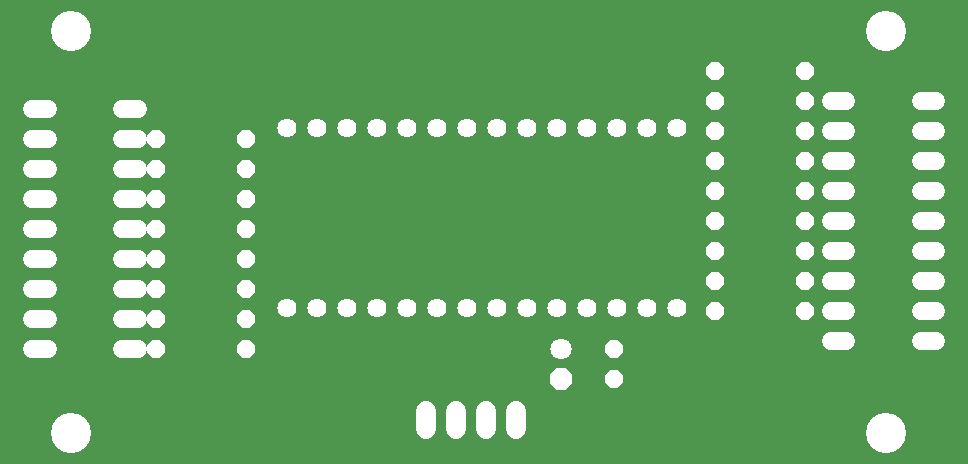
<source format=gbr>
G04 EAGLE Gerber RS-274X export*
G75*
%MOMM*%
%FSLAX34Y34*%
%LPD*%
%INSoldermask Top*%
%IPNEG*%
%AMOC8*
5,1,8,0,0,1.08239X$1,22.5*%
G01*
%ADD10C,3.403200*%
%ADD11C,1.524000*%
%ADD12C,1.711200*%
%ADD13P,1.649562X8X202.500000*%
%ADD14C,1.625600*%
%ADD15P,1.649562X8X22.500000*%
%ADD16C,1.803400*%
%ADD17P,1.951982X8X292.500000*%
%ADD18P,1.649562X8X292.500000*%


D10*
X770000Y40000D03*
X80000Y40000D03*
X80000Y380000D03*
X770000Y380000D03*
D11*
X799846Y117475D02*
X813054Y117475D01*
X813054Y142875D02*
X799846Y142875D01*
X799846Y168275D02*
X813054Y168275D01*
X813054Y193675D02*
X799846Y193675D01*
X799846Y219075D02*
X813054Y219075D01*
X813054Y244475D02*
X799846Y244475D01*
X799846Y269875D02*
X813054Y269875D01*
X813054Y295275D02*
X799846Y295275D01*
X799846Y320675D02*
X813054Y320675D01*
X736854Y320675D02*
X723646Y320675D01*
X723646Y295275D02*
X736854Y295275D01*
X736854Y269875D02*
X723646Y269875D01*
X723646Y244475D02*
X736854Y244475D01*
X736854Y219075D02*
X723646Y219075D01*
X723646Y193675D02*
X736854Y193675D01*
X736854Y168275D02*
X723646Y168275D01*
X723646Y142875D02*
X736854Y142875D01*
X736854Y117475D02*
X723646Y117475D01*
D12*
X381000Y58340D02*
X381000Y43260D01*
X406400Y43260D02*
X406400Y58340D01*
X431800Y58340D02*
X431800Y43260D01*
X457200Y43260D02*
X457200Y58340D01*
D13*
X228600Y238125D03*
X152400Y238125D03*
D14*
X593725Y146050D03*
X568325Y146050D03*
X542925Y146050D03*
X517525Y146050D03*
X492125Y146050D03*
X466725Y146050D03*
X441325Y146050D03*
X415925Y146050D03*
X390525Y146050D03*
X365125Y146050D03*
X339725Y146050D03*
X314325Y146050D03*
X288925Y146050D03*
X263525Y146050D03*
X263525Y298450D03*
X288925Y298450D03*
X314325Y298450D03*
X339725Y298450D03*
X365125Y298450D03*
X390525Y298450D03*
X415925Y298450D03*
X441325Y298450D03*
X466725Y298450D03*
X492125Y298450D03*
X517525Y298450D03*
X542925Y298450D03*
X568325Y298450D03*
X593725Y298450D03*
D13*
X228600Y263525D03*
X152400Y263525D03*
X228600Y136525D03*
X152400Y136525D03*
X228600Y161925D03*
X152400Y161925D03*
X228600Y187325D03*
X152400Y187325D03*
X228600Y212725D03*
X152400Y212725D03*
X228600Y111125D03*
X152400Y111125D03*
D11*
X60579Y314325D02*
X47371Y314325D01*
X47371Y288925D02*
X60579Y288925D01*
X60579Y263525D02*
X47371Y263525D01*
X47371Y238125D02*
X60579Y238125D01*
X60579Y212725D02*
X47371Y212725D01*
X47371Y187325D02*
X60579Y187325D01*
X60579Y161925D02*
X47371Y161925D01*
X47371Y136525D02*
X60579Y136525D01*
X60579Y111125D02*
X47371Y111125D01*
X123571Y111125D02*
X136779Y111125D01*
X136779Y136525D02*
X123571Y136525D01*
X123571Y161925D02*
X136779Y161925D01*
X136779Y187325D02*
X123571Y187325D01*
X123571Y212725D02*
X136779Y212725D01*
X136779Y238125D02*
X123571Y238125D01*
X123571Y263525D02*
X136779Y263525D01*
X136779Y288925D02*
X123571Y288925D01*
X123571Y314325D02*
X136779Y314325D01*
D15*
X625475Y320675D03*
X701675Y320675D03*
X625475Y346075D03*
X701675Y346075D03*
X625475Y193675D03*
X701675Y193675D03*
X625475Y168275D03*
X701675Y168275D03*
X625475Y142875D03*
X701675Y142875D03*
X625475Y244475D03*
X701675Y244475D03*
X625475Y219075D03*
X701675Y219075D03*
X152400Y288925D03*
X228600Y288925D03*
X625475Y269875D03*
X701675Y269875D03*
X625475Y295275D03*
X701675Y295275D03*
D16*
X495300Y111125D03*
D17*
X495300Y85725D03*
D18*
X539750Y111125D03*
X539750Y85725D03*
M02*

</source>
